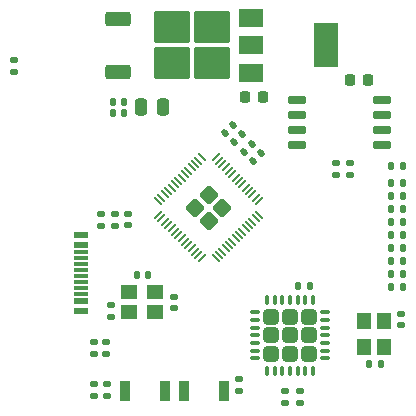
<source format=gbr>
%TF.GenerationSoftware,KiCad,Pcbnew,7.0.7*%
%TF.CreationDate,2024-03-04T03:02:07-08:00*%
%TF.ProjectId,can_magnetic_angle_sensor,63616e5f-6d61-4676-9e65-7469635f616e,rev?*%
%TF.SameCoordinates,Original*%
%TF.FileFunction,Paste,Bot*%
%TF.FilePolarity,Positive*%
%FSLAX46Y46*%
G04 Gerber Fmt 4.6, Leading zero omitted, Abs format (unit mm)*
G04 Created by KiCad (PCBNEW 7.0.7) date 2024-03-04 03:02:07*
%MOMM*%
%LPD*%
G01*
G04 APERTURE LIST*
G04 Aperture macros list*
%AMRoundRect*
0 Rectangle with rounded corners*
0 $1 Rounding radius*
0 $2 $3 $4 $5 $6 $7 $8 $9 X,Y pos of 4 corners*
0 Add a 4 corners polygon primitive as box body*
4,1,4,$2,$3,$4,$5,$6,$7,$8,$9,$2,$3,0*
0 Add four circle primitives for the rounded corners*
1,1,$1+$1,$2,$3*
1,1,$1+$1,$4,$5*
1,1,$1+$1,$6,$7*
1,1,$1+$1,$8,$9*
0 Add four rect primitives between the rounded corners*
20,1,$1+$1,$2,$3,$4,$5,0*
20,1,$1+$1,$4,$5,$6,$7,0*
20,1,$1+$1,$6,$7,$8,$9,0*
20,1,$1+$1,$8,$9,$2,$3,0*%
G04 Aperture macros list end*
%ADD10RoundRect,0.225000X-0.225000X-0.250000X0.225000X-0.250000X0.225000X0.250000X-0.225000X0.250000X0*%
%ADD11RoundRect,0.075000X-0.312500X0.075000X-0.312500X-0.075000X0.312500X-0.075000X0.312500X0.075000X0*%
%ADD12RoundRect,0.075000X-0.075000X0.312500X-0.075000X-0.312500X0.075000X-0.312500X0.075000X0.312500X0*%
%ADD13RoundRect,0.249999X-0.395001X0.395001X-0.395001X-0.395001X0.395001X-0.395001X0.395001X0.395001X0*%
%ADD14RoundRect,0.140000X-0.140000X-0.170000X0.140000X-0.170000X0.140000X0.170000X-0.140000X0.170000X0*%
%ADD15RoundRect,0.135000X0.185000X-0.135000X0.185000X0.135000X-0.185000X0.135000X-0.185000X-0.135000X0*%
%ADD16R,1.200000X1.400000*%
%ADD17RoundRect,0.250000X-0.250000X-0.475000X0.250000X-0.475000X0.250000X0.475000X-0.250000X0.475000X0*%
%ADD18RoundRect,0.135000X-0.185000X0.135000X-0.185000X-0.135000X0.185000X-0.135000X0.185000X0.135000X0*%
%ADD19RoundRect,0.140000X-0.170000X0.140000X-0.170000X-0.140000X0.170000X-0.140000X0.170000X0.140000X0*%
%ADD20R,0.900000X1.700000*%
%ADD21RoundRect,0.147500X-0.172500X0.147500X-0.172500X-0.147500X0.172500X-0.147500X0.172500X0.147500X0*%
%ADD22RoundRect,0.135000X0.135000X0.185000X-0.135000X0.185000X-0.135000X-0.185000X0.135000X-0.185000X0*%
%ADD23RoundRect,0.140000X0.021213X-0.219203X0.219203X-0.021213X-0.021213X0.219203X-0.219203X0.021213X0*%
%ADD24R,2.000000X1.500000*%
%ADD25R,2.000000X3.800000*%
%ADD26R,1.400000X1.200000*%
%ADD27RoundRect,0.249999X0.558616X0.000000X0.000000X0.558616X-0.558616X0.000000X0.000000X-0.558616X0*%
%ADD28RoundRect,0.050000X0.309359X-0.238649X-0.238649X0.309359X-0.309359X0.238649X0.238649X-0.309359X0*%
%ADD29RoundRect,0.050000X0.309359X0.238649X0.238649X0.309359X-0.309359X-0.238649X-0.238649X-0.309359X0*%
%ADD30R,1.240000X0.600000*%
%ADD31R,1.240000X0.300000*%
%ADD32RoundRect,0.250000X-0.850000X-0.350000X0.850000X-0.350000X0.850000X0.350000X-0.850000X0.350000X0*%
%ADD33RoundRect,0.250000X-1.275000X-1.125000X1.275000X-1.125000X1.275000X1.125000X-1.275000X1.125000X0*%
%ADD34RoundRect,0.140000X-0.021213X0.219203X-0.219203X0.021213X0.021213X-0.219203X0.219203X-0.021213X0*%
%ADD35RoundRect,0.140000X0.140000X0.170000X-0.140000X0.170000X-0.140000X-0.170000X0.140000X-0.170000X0*%
%ADD36RoundRect,0.150000X0.650000X0.150000X-0.650000X0.150000X-0.650000X-0.150000X0.650000X-0.150000X0*%
G04 APERTURE END LIST*
D10*
%TO.C,C17*%
X40575000Y-28150000D03*
X42125000Y-28150000D03*
%TD*%
%TO.C,C20*%
X49475000Y-26700000D03*
X51025000Y-26700000D03*
%TD*%
D11*
%TO.C,U5*%
X41412500Y-46350000D03*
X41412500Y-47000000D03*
X41412500Y-47650000D03*
X41412500Y-48300000D03*
X41412500Y-48950000D03*
X41412500Y-49600000D03*
X41412500Y-50250000D03*
D12*
X42450000Y-51287500D03*
X43100000Y-51287500D03*
X43750000Y-51287500D03*
X44400000Y-51287500D03*
X45050000Y-51287500D03*
X45700000Y-51287500D03*
X46350000Y-51287500D03*
D11*
X47387500Y-50250000D03*
X47387500Y-49600000D03*
X47387500Y-48950000D03*
X47387500Y-48300000D03*
X47387500Y-47650000D03*
X47387500Y-47000000D03*
X47387500Y-46350000D03*
D12*
X46350000Y-45312500D03*
X45700000Y-45312500D03*
X45050000Y-45312500D03*
X44400000Y-45312500D03*
X43750000Y-45312500D03*
X43100000Y-45312500D03*
X42450000Y-45312500D03*
D13*
X46000000Y-49900000D03*
X44400000Y-49900000D03*
X42800000Y-49900000D03*
X46000000Y-48300000D03*
X44400000Y-48300000D03*
X42800000Y-48300000D03*
X46000000Y-46700000D03*
X44400000Y-46700000D03*
X42800000Y-46700000D03*
%TD*%
D14*
%TO.C,C11*%
X53940000Y-35400000D03*
X52980000Y-35400000D03*
%TD*%
D15*
%TO.C,R11*%
X45200000Y-54010000D03*
X45200000Y-52990000D03*
%TD*%
D16*
%TO.C,Y2*%
X52350000Y-49250000D03*
X52350000Y-47050000D03*
X50650000Y-47050000D03*
X50650000Y-49250000D03*
%TD*%
D14*
%TO.C,C23*%
X51100000Y-50750000D03*
X52060000Y-50750000D03*
%TD*%
%TO.C,C4*%
X29420000Y-29500000D03*
X30380000Y-29500000D03*
%TD*%
%TO.C,C5*%
X29420000Y-28500000D03*
X30380000Y-28500000D03*
%TD*%
D17*
%TO.C,C12*%
X31750000Y-29000000D03*
X33650000Y-29000000D03*
%TD*%
D14*
%TO.C,C14*%
X53940000Y-37600000D03*
X52980000Y-37600000D03*
%TD*%
D18*
%TO.C,R7*%
X40100000Y-53010000D03*
X40100000Y-51990000D03*
%TD*%
D19*
%TO.C,C22*%
X53800000Y-47430000D03*
X53800000Y-46470000D03*
%TD*%
D20*
%TO.C,BOOT*%
X33800000Y-53000000D03*
X30400000Y-53000000D03*
%TD*%
D14*
%TO.C,C16*%
X53940000Y-39800000D03*
X52980000Y-39800000D03*
%TD*%
D20*
%TO.C,RESET*%
X38800000Y-53000000D03*
X35400000Y-53000000D03*
%TD*%
D21*
%TO.C,D1*%
X27800000Y-52415000D03*
X27800000Y-53385000D03*
%TD*%
D14*
%TO.C,C13*%
X53940000Y-36500000D03*
X52980000Y-36500000D03*
%TD*%
D15*
%TO.C,R1*%
X28900000Y-53410000D03*
X28900000Y-52390000D03*
%TD*%
D14*
%TO.C,C21*%
X53940000Y-43100000D03*
X52980000Y-43100000D03*
%TD*%
%TO.C,C15*%
X53940000Y-38700000D03*
X52980000Y-38700000D03*
%TD*%
D22*
%TO.C,R10*%
X46110000Y-44100000D03*
X45090000Y-44100000D03*
%TD*%
D18*
%TO.C,R3*%
X27800000Y-48840000D03*
X27800000Y-49860000D03*
%TD*%
D14*
%TO.C,C19*%
X53940000Y-42000000D03*
X52980000Y-42000000D03*
%TD*%
D15*
%TO.C,R12*%
X44000000Y-54010000D03*
X44000000Y-52990000D03*
%TD*%
D14*
%TO.C,C24*%
X53940000Y-44200000D03*
X52980000Y-44200000D03*
%TD*%
%TO.C,C18*%
X53940000Y-40900000D03*
X52980000Y-40900000D03*
%TD*%
D18*
%TO.C,R4*%
X28850000Y-48840000D03*
X28850000Y-49860000D03*
%TD*%
D19*
%TO.C,C1*%
X30700000Y-38020000D03*
X30700000Y-38980000D03*
%TD*%
D15*
%TO.C,R8*%
X28400000Y-39010000D03*
X28400000Y-37990000D03*
%TD*%
D23*
%TO.C,C9*%
X41260589Y-33539411D03*
X41939411Y-32860589D03*
%TD*%
D24*
%TO.C,U6*%
X41100000Y-26050000D03*
X41100000Y-23750000D03*
D25*
X47400000Y-23750000D03*
D24*
X41100000Y-21450000D03*
%TD*%
D26*
%TO.C,Y1*%
X33000000Y-44650000D03*
X30800000Y-44650000D03*
X30800000Y-46350000D03*
X33000000Y-46350000D03*
%TD*%
D27*
%TO.C,U3*%
X37500000Y-38631371D03*
X38631371Y-37500000D03*
X36368629Y-37500000D03*
X37500000Y-36368629D03*
D28*
X41769157Y-38092202D03*
X41486314Y-38375045D03*
X41203472Y-38657887D03*
X40920629Y-38940730D03*
X40637786Y-39223573D03*
X40354944Y-39506415D03*
X40072101Y-39789258D03*
X39789258Y-40072101D03*
X39506415Y-40354944D03*
X39223573Y-40637786D03*
X38940730Y-40920629D03*
X38657887Y-41203472D03*
X38375045Y-41486314D03*
X38092202Y-41769157D03*
D29*
X36907798Y-41769157D03*
X36624955Y-41486314D03*
X36342113Y-41203472D03*
X36059270Y-40920629D03*
X35776427Y-40637786D03*
X35493585Y-40354944D03*
X35210742Y-40072101D03*
X34927899Y-39789258D03*
X34645056Y-39506415D03*
X34362214Y-39223573D03*
X34079371Y-38940730D03*
X33796528Y-38657887D03*
X33513686Y-38375045D03*
X33230843Y-38092202D03*
D28*
X33230843Y-36907798D03*
X33513686Y-36624955D03*
X33796528Y-36342113D03*
X34079371Y-36059270D03*
X34362214Y-35776427D03*
X34645056Y-35493585D03*
X34927899Y-35210742D03*
X35210742Y-34927899D03*
X35493585Y-34645056D03*
X35776427Y-34362214D03*
X36059270Y-34079371D03*
X36342113Y-33796528D03*
X36624955Y-33513686D03*
X36907798Y-33230843D03*
D29*
X38092202Y-33230843D03*
X38375045Y-33513686D03*
X38657887Y-33796528D03*
X38940730Y-34079371D03*
X39223573Y-34362214D03*
X39506415Y-34645056D03*
X39789258Y-34927899D03*
X40072101Y-35210742D03*
X40354944Y-35493585D03*
X40637786Y-35776427D03*
X40920629Y-36059270D03*
X41203472Y-36342113D03*
X41486314Y-36624955D03*
X41769157Y-36907798D03*
%TD*%
D18*
%TO.C,R13*%
X21000000Y-24990000D03*
X21000000Y-26010000D03*
%TD*%
D30*
%TO.C,J2*%
X26725000Y-46200000D03*
X26725000Y-45400000D03*
D31*
X26725000Y-44250000D03*
X26725000Y-43250000D03*
X26725000Y-42750000D03*
X26725000Y-41750000D03*
D30*
X26725000Y-40600000D03*
X26725000Y-39800000D03*
X26725000Y-39800000D03*
X26725000Y-40600000D03*
D31*
X26725000Y-41250000D03*
X26725000Y-42250000D03*
X26725000Y-43750000D03*
X26725000Y-44750000D03*
D30*
X26725000Y-45400000D03*
X26725000Y-46200000D03*
%TD*%
D23*
%TO.C,C10*%
X40460589Y-32739411D03*
X41139411Y-32060589D03*
%TD*%
D32*
%TO.C,U4*%
X29800000Y-26030000D03*
D33*
X34425000Y-22225000D03*
X34425000Y-25275000D03*
X37775000Y-22225000D03*
X37775000Y-25275000D03*
D32*
X29800000Y-21470000D03*
%TD*%
D34*
%TO.C,C8*%
X39539411Y-30460589D03*
X38860589Y-31139411D03*
%TD*%
D35*
%TO.C,C2*%
X32380000Y-43200001D03*
X31420000Y-43200001D03*
%TD*%
D18*
%TO.C,R6*%
X48250000Y-33690000D03*
X48250000Y-34710000D03*
%TD*%
D36*
%TO.C,U2*%
X52200000Y-28395000D03*
X52200000Y-29665000D03*
X52200000Y-30935000D03*
X52200000Y-32205000D03*
X45000000Y-32205000D03*
X45000000Y-30935000D03*
X45000000Y-29665000D03*
X45000000Y-28395000D03*
%TD*%
D35*
%TO.C,C6*%
X52970000Y-33950000D03*
X53930000Y-33950000D03*
%TD*%
D15*
%TO.C,R9*%
X29600000Y-39010000D03*
X29600000Y-37990000D03*
%TD*%
D19*
%TO.C,C3*%
X34600000Y-45020001D03*
X34600000Y-45980001D03*
%TD*%
D15*
%TO.C,R5*%
X49450000Y-34710000D03*
X49450000Y-33690000D03*
%TD*%
%TO.C,R2*%
X29200000Y-46710001D03*
X29200000Y-45690001D03*
%TD*%
D23*
%TO.C,C7*%
X39660589Y-31939411D03*
X40339411Y-31260589D03*
%TD*%
M02*

</source>
